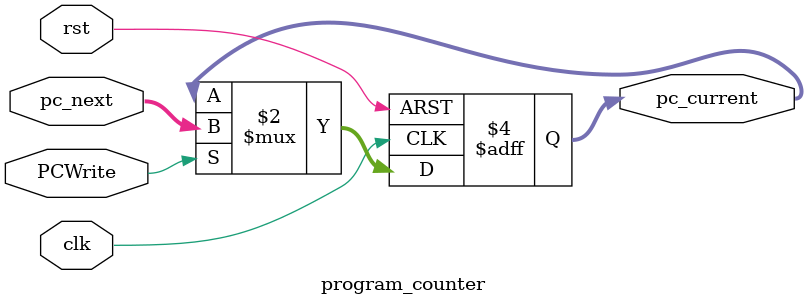
<source format=v>
`timescale 1ns / 1ps

module program_counter(
    input clk,rst,PCWrite,
    input [31:0] pc_next,
    output reg [31:0] pc_current
);

always @(posedge clk or posedge rst) begin
    if (rst) begin
        pc_current <= 32'b0;
    end
    else if (PCWrite) begin
        pc_current <= pc_next;
    end
    // If PCWrite is low, PC maintains its current value (stall)
end

endmodule
</source>
